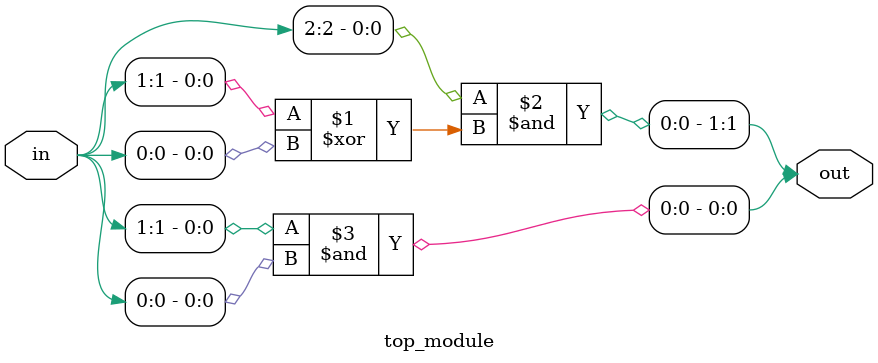
<source format=sv>
module top_module (
	input [2:0] in,
	output [1:0] out
);
	assign out[1] = in[2] & (in[1] ^ in[0]);
	assign out[0] = in[1] & in[0];
endmodule

</source>
